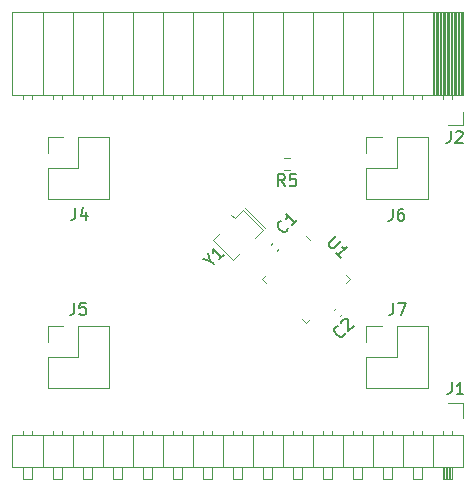
<source format=gto>
%TF.GenerationSoftware,KiCad,Pcbnew,7.0.2-6a45011f42~172~ubuntu22.04.1*%
%TF.CreationDate,2023-05-29T16:58:52-07:00*%
%TF.ProjectId,comm_v0p5,636f6d6d-5f76-4307-9035-2e6b69636164,rev?*%
%TF.SameCoordinates,Original*%
%TF.FileFunction,Legend,Top*%
%TF.FilePolarity,Positive*%
%FSLAX46Y46*%
G04 Gerber Fmt 4.6, Leading zero omitted, Abs format (unit mm)*
G04 Created by KiCad (PCBNEW 7.0.2-6a45011f42~172~ubuntu22.04.1) date 2023-05-29 16:58:52*
%MOMM*%
%LPD*%
G01*
G04 APERTURE LIST*
%ADD10C,0.150000*%
%ADD11C,0.120000*%
G04 APERTURE END LIST*
D10*
%TO.C,J4*%
X56257866Y-66874219D02*
X56257866Y-67588504D01*
X56257866Y-67588504D02*
X56210247Y-67731361D01*
X56210247Y-67731361D02*
X56115009Y-67826600D01*
X56115009Y-67826600D02*
X55972152Y-67874219D01*
X55972152Y-67874219D02*
X55876914Y-67874219D01*
X57162628Y-67207552D02*
X57162628Y-67874219D01*
X56924533Y-66826600D02*
X56686438Y-67540885D01*
X56686438Y-67540885D02*
X57305485Y-67540885D01*
%TO.C,J6*%
X83105666Y-66950419D02*
X83105666Y-67664704D01*
X83105666Y-67664704D02*
X83058047Y-67807561D01*
X83058047Y-67807561D02*
X82962809Y-67902800D01*
X82962809Y-67902800D02*
X82819952Y-67950419D01*
X82819952Y-67950419D02*
X82724714Y-67950419D01*
X84010428Y-66950419D02*
X83819952Y-66950419D01*
X83819952Y-66950419D02*
X83724714Y-66998038D01*
X83724714Y-66998038D02*
X83677095Y-67045657D01*
X83677095Y-67045657D02*
X83581857Y-67188514D01*
X83581857Y-67188514D02*
X83534238Y-67378990D01*
X83534238Y-67378990D02*
X83534238Y-67759942D01*
X83534238Y-67759942D02*
X83581857Y-67855180D01*
X83581857Y-67855180D02*
X83629476Y-67902800D01*
X83629476Y-67902800D02*
X83724714Y-67950419D01*
X83724714Y-67950419D02*
X83915190Y-67950419D01*
X83915190Y-67950419D02*
X84010428Y-67902800D01*
X84010428Y-67902800D02*
X84058047Y-67855180D01*
X84058047Y-67855180D02*
X84105666Y-67759942D01*
X84105666Y-67759942D02*
X84105666Y-67521847D01*
X84105666Y-67521847D02*
X84058047Y-67426609D01*
X84058047Y-67426609D02*
X84010428Y-67378990D01*
X84010428Y-67378990D02*
X83915190Y-67331371D01*
X83915190Y-67331371D02*
X83724714Y-67331371D01*
X83724714Y-67331371D02*
X83629476Y-67378990D01*
X83629476Y-67378990D02*
X83581857Y-67426609D01*
X83581857Y-67426609D02*
X83534238Y-67521847D01*
%TO.C,J5*%
X56166666Y-74922619D02*
X56166666Y-75636904D01*
X56166666Y-75636904D02*
X56119047Y-75779761D01*
X56119047Y-75779761D02*
X56023809Y-75875000D01*
X56023809Y-75875000D02*
X55880952Y-75922619D01*
X55880952Y-75922619D02*
X55785714Y-75922619D01*
X57119047Y-74922619D02*
X56642857Y-74922619D01*
X56642857Y-74922619D02*
X56595238Y-75398809D01*
X56595238Y-75398809D02*
X56642857Y-75351190D01*
X56642857Y-75351190D02*
X56738095Y-75303571D01*
X56738095Y-75303571D02*
X56976190Y-75303571D01*
X56976190Y-75303571D02*
X57071428Y-75351190D01*
X57071428Y-75351190D02*
X57119047Y-75398809D01*
X57119047Y-75398809D02*
X57166666Y-75494047D01*
X57166666Y-75494047D02*
X57166666Y-75732142D01*
X57166666Y-75732142D02*
X57119047Y-75827380D01*
X57119047Y-75827380D02*
X57071428Y-75875000D01*
X57071428Y-75875000D02*
X56976190Y-75922619D01*
X56976190Y-75922619D02*
X56738095Y-75922619D01*
X56738095Y-75922619D02*
X56642857Y-75875000D01*
X56642857Y-75875000D02*
X56595238Y-75827380D01*
%TO.C,J7*%
X83166666Y-74922619D02*
X83166666Y-75636904D01*
X83166666Y-75636904D02*
X83119047Y-75779761D01*
X83119047Y-75779761D02*
X83023809Y-75875000D01*
X83023809Y-75875000D02*
X82880952Y-75922619D01*
X82880952Y-75922619D02*
X82785714Y-75922619D01*
X83547619Y-74922619D02*
X84214285Y-74922619D01*
X84214285Y-74922619D02*
X83785714Y-75922619D01*
%TO.C,R5*%
X74001333Y-65037019D02*
X73668000Y-64560828D01*
X73429905Y-65037019D02*
X73429905Y-64037019D01*
X73429905Y-64037019D02*
X73810857Y-64037019D01*
X73810857Y-64037019D02*
X73906095Y-64084638D01*
X73906095Y-64084638D02*
X73953714Y-64132257D01*
X73953714Y-64132257D02*
X74001333Y-64227495D01*
X74001333Y-64227495D02*
X74001333Y-64370352D01*
X74001333Y-64370352D02*
X73953714Y-64465590D01*
X73953714Y-64465590D02*
X73906095Y-64513209D01*
X73906095Y-64513209D02*
X73810857Y-64560828D01*
X73810857Y-64560828D02*
X73429905Y-64560828D01*
X74906095Y-64037019D02*
X74429905Y-64037019D01*
X74429905Y-64037019D02*
X74382286Y-64513209D01*
X74382286Y-64513209D02*
X74429905Y-64465590D01*
X74429905Y-64465590D02*
X74525143Y-64417971D01*
X74525143Y-64417971D02*
X74763238Y-64417971D01*
X74763238Y-64417971D02*
X74858476Y-64465590D01*
X74858476Y-64465590D02*
X74906095Y-64513209D01*
X74906095Y-64513209D02*
X74953714Y-64608447D01*
X74953714Y-64608447D02*
X74953714Y-64846542D01*
X74953714Y-64846542D02*
X74906095Y-64941780D01*
X74906095Y-64941780D02*
X74858476Y-64989400D01*
X74858476Y-64989400D02*
X74763238Y-65037019D01*
X74763238Y-65037019D02*
X74525143Y-65037019D01*
X74525143Y-65037019D02*
X74429905Y-64989400D01*
X74429905Y-64989400D02*
X74382286Y-64941780D01*
%TO.C,J1*%
X88106666Y-81642619D02*
X88106666Y-82356904D01*
X88106666Y-82356904D02*
X88059047Y-82499761D01*
X88059047Y-82499761D02*
X87963809Y-82595000D01*
X87963809Y-82595000D02*
X87820952Y-82642619D01*
X87820952Y-82642619D02*
X87725714Y-82642619D01*
X89106666Y-82642619D02*
X88535238Y-82642619D01*
X88820952Y-82642619D02*
X88820952Y-81642619D01*
X88820952Y-81642619D02*
X88725714Y-81785476D01*
X88725714Y-81785476D02*
X88630476Y-81880714D01*
X88630476Y-81880714D02*
X88535238Y-81928333D01*
%TO.C,C2*%
X79068437Y-77464418D02*
X79068437Y-77531761D01*
X79068437Y-77531761D02*
X79001094Y-77666448D01*
X79001094Y-77666448D02*
X78933750Y-77733792D01*
X78933750Y-77733792D02*
X78799063Y-77801135D01*
X78799063Y-77801135D02*
X78664376Y-77801135D01*
X78664376Y-77801135D02*
X78563361Y-77767464D01*
X78563361Y-77767464D02*
X78395002Y-77666448D01*
X78395002Y-77666448D02*
X78293987Y-77565433D01*
X78293987Y-77565433D02*
X78192972Y-77397074D01*
X78192972Y-77397074D02*
X78159300Y-77296059D01*
X78159300Y-77296059D02*
X78159300Y-77161372D01*
X78159300Y-77161372D02*
X78226643Y-77026685D01*
X78226643Y-77026685D02*
X78293987Y-76959342D01*
X78293987Y-76959342D02*
X78428674Y-76891998D01*
X78428674Y-76891998D02*
X78496017Y-76891998D01*
X78765392Y-76622624D02*
X78765392Y-76555281D01*
X78765392Y-76555281D02*
X78799063Y-76454265D01*
X78799063Y-76454265D02*
X78967422Y-76285907D01*
X78967422Y-76285907D02*
X79068437Y-76252235D01*
X79068437Y-76252235D02*
X79135781Y-76252235D01*
X79135781Y-76252235D02*
X79236796Y-76285907D01*
X79236796Y-76285907D02*
X79304140Y-76353250D01*
X79304140Y-76353250D02*
X79371483Y-76487937D01*
X79371483Y-76487937D02*
X79371483Y-77296059D01*
X79371483Y-77296059D02*
X79809216Y-76858326D01*
%TO.C,J2*%
X88036666Y-60372619D02*
X88036666Y-61086904D01*
X88036666Y-61086904D02*
X87989047Y-61229761D01*
X87989047Y-61229761D02*
X87893809Y-61325000D01*
X87893809Y-61325000D02*
X87750952Y-61372619D01*
X87750952Y-61372619D02*
X87655714Y-61372619D01*
X88465238Y-60467857D02*
X88512857Y-60420238D01*
X88512857Y-60420238D02*
X88608095Y-60372619D01*
X88608095Y-60372619D02*
X88846190Y-60372619D01*
X88846190Y-60372619D02*
X88941428Y-60420238D01*
X88941428Y-60420238D02*
X88989047Y-60467857D01*
X88989047Y-60467857D02*
X89036666Y-60563095D01*
X89036666Y-60563095D02*
X89036666Y-60658333D01*
X89036666Y-60658333D02*
X88989047Y-60801190D01*
X88989047Y-60801190D02*
X88417619Y-61372619D01*
X88417619Y-61372619D02*
X89036666Y-61372619D01*
%TO.C,U1*%
X78318885Y-69295218D02*
X77746465Y-69867638D01*
X77746465Y-69867638D02*
X77712794Y-69968653D01*
X77712794Y-69968653D02*
X77712794Y-70035996D01*
X77712794Y-70035996D02*
X77746465Y-70137012D01*
X77746465Y-70137012D02*
X77881152Y-70271699D01*
X77881152Y-70271699D02*
X77982168Y-70305370D01*
X77982168Y-70305370D02*
X78049511Y-70305370D01*
X78049511Y-70305370D02*
X78150526Y-70271699D01*
X78150526Y-70271699D02*
X78722946Y-69699279D01*
X78722946Y-71113492D02*
X78318885Y-70709431D01*
X78520916Y-70911462D02*
X79228022Y-70204355D01*
X79228022Y-70204355D02*
X79059664Y-70238027D01*
X79059664Y-70238027D02*
X78924977Y-70238027D01*
X78924977Y-70238027D02*
X78823961Y-70204355D01*
%TO.C,C1*%
X74275706Y-68551208D02*
X74275706Y-68618551D01*
X74275706Y-68618551D02*
X74208363Y-68753238D01*
X74208363Y-68753238D02*
X74141019Y-68820582D01*
X74141019Y-68820582D02*
X74006332Y-68887925D01*
X74006332Y-68887925D02*
X73871645Y-68887925D01*
X73871645Y-68887925D02*
X73770630Y-68854254D01*
X73770630Y-68854254D02*
X73602271Y-68753238D01*
X73602271Y-68753238D02*
X73501256Y-68652223D01*
X73501256Y-68652223D02*
X73400241Y-68483864D01*
X73400241Y-68483864D02*
X73366569Y-68382849D01*
X73366569Y-68382849D02*
X73366569Y-68248162D01*
X73366569Y-68248162D02*
X73433912Y-68113475D01*
X73433912Y-68113475D02*
X73501256Y-68046132D01*
X73501256Y-68046132D02*
X73635943Y-67978788D01*
X73635943Y-67978788D02*
X73703286Y-67978788D01*
X75016485Y-67945116D02*
X74612424Y-68349177D01*
X74814454Y-68147147D02*
X74107348Y-67440040D01*
X74107348Y-67440040D02*
X74141019Y-67608399D01*
X74141019Y-67608399D02*
X74141019Y-67743086D01*
X74141019Y-67743086D02*
X74107348Y-67844101D01*
%TO.C,Y1*%
X67626613Y-71337293D02*
X67963331Y-71674010D01*
X67020522Y-71202606D02*
X67626613Y-71337293D01*
X67626613Y-71337293D02*
X67491926Y-70731201D01*
X68805125Y-70832216D02*
X68401064Y-71236277D01*
X68603094Y-71034247D02*
X67895988Y-70327140D01*
X67895988Y-70327140D02*
X67929659Y-70495499D01*
X67929659Y-70495499D02*
X67929659Y-70630186D01*
X67929659Y-70630186D02*
X67895988Y-70731201D01*
D11*
%TO.C,J4*%
X53900000Y-60900000D02*
X53900000Y-62230000D01*
X53900000Y-63500000D02*
X53900000Y-66100000D01*
X55230000Y-60900000D02*
X53900000Y-60900000D01*
X56500000Y-60900000D02*
X56500000Y-63500000D01*
X56500000Y-63500000D02*
X53900000Y-63500000D01*
X59100000Y-60900000D02*
X56500000Y-60900000D01*
X59100000Y-60900000D02*
X59100000Y-66100000D01*
X59100000Y-66100000D02*
X53900000Y-66100000D01*
%TO.C,J6*%
X80900000Y-60900000D02*
X80900000Y-62230000D01*
X80900000Y-63500000D02*
X80900000Y-66100000D01*
X82230000Y-60900000D02*
X80900000Y-60900000D01*
X83500000Y-60900000D02*
X83500000Y-63500000D01*
X83500000Y-63500000D02*
X80900000Y-63500000D01*
X86100000Y-60900000D02*
X83500000Y-60900000D01*
X86100000Y-60900000D02*
X86100000Y-66100000D01*
X86100000Y-66100000D02*
X80900000Y-66100000D01*
%TO.C,J5*%
X53900000Y-76900000D02*
X53900000Y-78230000D01*
X53900000Y-79500000D02*
X53900000Y-82100000D01*
X55230000Y-76900000D02*
X53900000Y-76900000D01*
X56500000Y-76900000D02*
X56500000Y-79500000D01*
X56500000Y-79500000D02*
X53900000Y-79500000D01*
X59100000Y-76900000D02*
X56500000Y-76900000D01*
X59100000Y-76900000D02*
X59100000Y-82100000D01*
X59100000Y-82100000D02*
X53900000Y-82100000D01*
%TO.C,J7*%
X80900000Y-76900000D02*
X80900000Y-78230000D01*
X80900000Y-79500000D02*
X80900000Y-82100000D01*
X82230000Y-76900000D02*
X80900000Y-76900000D01*
X83500000Y-76900000D02*
X83500000Y-79500000D01*
X83500000Y-79500000D02*
X80900000Y-79500000D01*
X86100000Y-76900000D02*
X83500000Y-76900000D01*
X86100000Y-76900000D02*
X86100000Y-82100000D01*
X86100000Y-82100000D02*
X80900000Y-82100000D01*
%TO.C,R5*%
X74405258Y-63666900D02*
X73930742Y-63666900D01*
X74405258Y-62621900D02*
X73930742Y-62621900D01*
%TO.C,J1*%
X89050000Y-83430000D02*
X89050000Y-84700000D01*
X87780000Y-83430000D02*
X89050000Y-83430000D01*
X85620000Y-85742929D02*
X85620000Y-86140000D01*
X84860000Y-85742929D02*
X84860000Y-86140000D01*
X83080000Y-85742929D02*
X83080000Y-86140000D01*
X82320000Y-85742929D02*
X82320000Y-86140000D01*
X80540000Y-85742929D02*
X80540000Y-86140000D01*
X79780000Y-85742929D02*
X79780000Y-86140000D01*
X78000000Y-85742929D02*
X78000000Y-86140000D01*
X77240000Y-85742929D02*
X77240000Y-86140000D01*
X75460000Y-85742929D02*
X75460000Y-86140000D01*
X74700000Y-85742929D02*
X74700000Y-86140000D01*
X72920000Y-85742929D02*
X72920000Y-86140000D01*
X72160000Y-85742929D02*
X72160000Y-86140000D01*
X70380000Y-85742929D02*
X70380000Y-86140000D01*
X69620000Y-85742929D02*
X69620000Y-86140000D01*
X67840000Y-85742929D02*
X67840000Y-86140000D01*
X67080000Y-85742929D02*
X67080000Y-86140000D01*
X65300000Y-85742929D02*
X65300000Y-86140000D01*
X64540000Y-85742929D02*
X64540000Y-86140000D01*
X62760000Y-85742929D02*
X62760000Y-86140000D01*
X62000000Y-85742929D02*
X62000000Y-86140000D01*
X60220000Y-85742929D02*
X60220000Y-86140000D01*
X59460000Y-85742929D02*
X59460000Y-86140000D01*
X57680000Y-85742929D02*
X57680000Y-86140000D01*
X56920000Y-85742929D02*
X56920000Y-86140000D01*
X55140000Y-85742929D02*
X55140000Y-86140000D01*
X54380000Y-85742929D02*
X54380000Y-86140000D01*
X52600000Y-85742929D02*
X52600000Y-86140000D01*
X51840000Y-85742929D02*
X51840000Y-86140000D01*
X88160000Y-85810000D02*
X88160000Y-86140000D01*
X87400000Y-85810000D02*
X87400000Y-86140000D01*
X89110000Y-86140000D02*
X50890000Y-86140000D01*
X86510000Y-86140000D02*
X86510000Y-88800000D01*
X83970000Y-86140000D02*
X83970000Y-88800000D01*
X81430000Y-86140000D02*
X81430000Y-88800000D01*
X78890000Y-86140000D02*
X78890000Y-88800000D01*
X76350000Y-86140000D02*
X76350000Y-88800000D01*
X73810000Y-86140000D02*
X73810000Y-88800000D01*
X71270000Y-86140000D02*
X71270000Y-88800000D01*
X68730000Y-86140000D02*
X68730000Y-88800000D01*
X66190000Y-86140000D02*
X66190000Y-88800000D01*
X63650000Y-86140000D02*
X63650000Y-88800000D01*
X61110000Y-86140000D02*
X61110000Y-88800000D01*
X58570000Y-86140000D02*
X58570000Y-88800000D01*
X56030000Y-86140000D02*
X56030000Y-88800000D01*
X53490000Y-86140000D02*
X53490000Y-88800000D01*
X50890000Y-86140000D02*
X50890000Y-88800000D01*
X89110000Y-88800000D02*
X89110000Y-86140000D01*
X88160000Y-88800000D02*
X88160000Y-89800000D01*
X88100000Y-88800000D02*
X88100000Y-89800000D01*
X87980000Y-88800000D02*
X87980000Y-89800000D01*
X87860000Y-88800000D02*
X87860000Y-89800000D01*
X87740000Y-88800000D02*
X87740000Y-89800000D01*
X87620000Y-88800000D02*
X87620000Y-89800000D01*
X87500000Y-88800000D02*
X87500000Y-89800000D01*
X85620000Y-88800000D02*
X85620000Y-89800000D01*
X83080000Y-88800000D02*
X83080000Y-89800000D01*
X80540000Y-88800000D02*
X80540000Y-89800000D01*
X78000000Y-88800000D02*
X78000000Y-89800000D01*
X75460000Y-88800000D02*
X75460000Y-89800000D01*
X72920000Y-88800000D02*
X72920000Y-89800000D01*
X70380000Y-88800000D02*
X70380000Y-89800000D01*
X67840000Y-88800000D02*
X67840000Y-89800000D01*
X65300000Y-88800000D02*
X65300000Y-89800000D01*
X62760000Y-88800000D02*
X62760000Y-89800000D01*
X60220000Y-88800000D02*
X60220000Y-89800000D01*
X57680000Y-88800000D02*
X57680000Y-89800000D01*
X55140000Y-88800000D02*
X55140000Y-89800000D01*
X52600000Y-88800000D02*
X52600000Y-89800000D01*
X50890000Y-88800000D02*
X89110000Y-88800000D01*
X88160000Y-89800000D02*
X87400000Y-89800000D01*
X87400000Y-89800000D02*
X87400000Y-88800000D01*
X85620000Y-89800000D02*
X84860000Y-89800000D01*
X84860000Y-89800000D02*
X84860000Y-88800000D01*
X83080000Y-89800000D02*
X82320000Y-89800000D01*
X82320000Y-89800000D02*
X82320000Y-88800000D01*
X80540000Y-89800000D02*
X79780000Y-89800000D01*
X79780000Y-89800000D02*
X79780000Y-88800000D01*
X78000000Y-89800000D02*
X77240000Y-89800000D01*
X77240000Y-89800000D02*
X77240000Y-88800000D01*
X75460000Y-89800000D02*
X74700000Y-89800000D01*
X74700000Y-89800000D02*
X74700000Y-88800000D01*
X72920000Y-89800000D02*
X72160000Y-89800000D01*
X72160000Y-89800000D02*
X72160000Y-88800000D01*
X70380000Y-89800000D02*
X69620000Y-89800000D01*
X69620000Y-89800000D02*
X69620000Y-88800000D01*
X67840000Y-89800000D02*
X67080000Y-89800000D01*
X67080000Y-89800000D02*
X67080000Y-88800000D01*
X65300000Y-89800000D02*
X64540000Y-89800000D01*
X64540000Y-89800000D02*
X64540000Y-88800000D01*
X62760000Y-89800000D02*
X62000000Y-89800000D01*
X62000000Y-89800000D02*
X62000000Y-88800000D01*
X60220000Y-89800000D02*
X59460000Y-89800000D01*
X59460000Y-89800000D02*
X59460000Y-88800000D01*
X57680000Y-89800000D02*
X56920000Y-89800000D01*
X56920000Y-89800000D02*
X56920000Y-88800000D01*
X55140000Y-89800000D02*
X54380000Y-89800000D01*
X54380000Y-89800000D02*
X54380000Y-88800000D01*
X52600000Y-89800000D02*
X51840000Y-89800000D01*
X51840000Y-89800000D02*
X51840000Y-88800000D01*
%TO.C,C2*%
X78156290Y-75487893D02*
X78308793Y-75335390D01*
X78665407Y-75997010D02*
X78817910Y-75844507D01*
%TO.C,J2*%
X89110000Y-50290000D02*
X50890000Y-50290000D01*
X89110000Y-50290000D02*
X89110000Y-57290000D01*
X88990000Y-50290000D02*
X88990000Y-57290000D01*
X88871905Y-50290000D02*
X88871905Y-57290000D01*
X88753810Y-50290000D02*
X88753810Y-57290000D01*
X88635715Y-50290000D02*
X88635715Y-57290000D01*
X88517620Y-50290000D02*
X88517620Y-57290000D01*
X88399525Y-50290000D02*
X88399525Y-57290000D01*
X88281430Y-50290000D02*
X88281430Y-57290000D01*
X88163335Y-50290000D02*
X88163335Y-57290000D01*
X88045240Y-50290000D02*
X88045240Y-57290000D01*
X87927145Y-50290000D02*
X87927145Y-57290000D01*
X87809050Y-50290000D02*
X87809050Y-57290000D01*
X87690955Y-50290000D02*
X87690955Y-57290000D01*
X87572860Y-50290000D02*
X87572860Y-57290000D01*
X87454765Y-50290000D02*
X87454765Y-57290000D01*
X87336670Y-50290000D02*
X87336670Y-57290000D01*
X87218575Y-50290000D02*
X87218575Y-57290000D01*
X87100480Y-50290000D02*
X87100480Y-57290000D01*
X86982385Y-50290000D02*
X86982385Y-57290000D01*
X86864290Y-50290000D02*
X86864290Y-57290000D01*
X86746195Y-50290000D02*
X86746195Y-57290000D01*
X86628100Y-50290000D02*
X86628100Y-57290000D01*
X86510000Y-50290000D02*
X86510000Y-57290000D01*
X83970000Y-50290000D02*
X83970000Y-57290000D01*
X81430000Y-50290000D02*
X81430000Y-57290000D01*
X78890000Y-50290000D02*
X78890000Y-57290000D01*
X76350000Y-50290000D02*
X76350000Y-57290000D01*
X73810000Y-50290000D02*
X73810000Y-57290000D01*
X71270000Y-50290000D02*
X71270000Y-57290000D01*
X68730000Y-50290000D02*
X68730000Y-57290000D01*
X66190000Y-50290000D02*
X66190000Y-57290000D01*
X63650000Y-50290000D02*
X63650000Y-57290000D01*
X61110000Y-50290000D02*
X61110000Y-57290000D01*
X58570000Y-50290000D02*
X58570000Y-57290000D01*
X56030000Y-50290000D02*
X56030000Y-57290000D01*
X53490000Y-50290000D02*
X53490000Y-57290000D01*
X50890000Y-50290000D02*
X50890000Y-57290000D01*
X89110000Y-57290000D02*
X50890000Y-57290000D01*
X88140000Y-57290000D02*
X88140000Y-57640000D01*
X87420000Y-57290000D02*
X87420000Y-57640000D01*
X85600000Y-57290000D02*
X85600000Y-57700000D01*
X84880000Y-57290000D02*
X84880000Y-57700000D01*
X83060000Y-57290000D02*
X83060000Y-57700000D01*
X82340000Y-57290000D02*
X82340000Y-57700000D01*
X80520000Y-57290000D02*
X80520000Y-57700000D01*
X79800000Y-57290000D02*
X79800000Y-57700000D01*
X77980000Y-57290000D02*
X77980000Y-57700000D01*
X77260000Y-57290000D02*
X77260000Y-57700000D01*
X75440000Y-57290000D02*
X75440000Y-57700000D01*
X74720000Y-57290000D02*
X74720000Y-57700000D01*
X72900000Y-57290000D02*
X72900000Y-57700000D01*
X72180000Y-57290000D02*
X72180000Y-57700000D01*
X70360000Y-57290000D02*
X70360000Y-57700000D01*
X69640000Y-57290000D02*
X69640000Y-57700000D01*
X67820000Y-57290000D02*
X67820000Y-57700000D01*
X67100000Y-57290000D02*
X67100000Y-57700000D01*
X65280000Y-57290000D02*
X65280000Y-57700000D01*
X64560000Y-57290000D02*
X64560000Y-57700000D01*
X62740000Y-57290000D02*
X62740000Y-57700000D01*
X62020000Y-57290000D02*
X62020000Y-57700000D01*
X60200000Y-57290000D02*
X60200000Y-57700000D01*
X59480000Y-57290000D02*
X59480000Y-57700000D01*
X57660000Y-57290000D02*
X57660000Y-57700000D01*
X56940000Y-57290000D02*
X56940000Y-57700000D01*
X55120000Y-57290000D02*
X55120000Y-57700000D01*
X54400000Y-57290000D02*
X54400000Y-57700000D01*
X52580000Y-57290000D02*
X52580000Y-57700000D01*
X51860000Y-57290000D02*
X51860000Y-57700000D01*
X89110000Y-58750000D02*
X89110000Y-59860000D01*
X89110000Y-59860000D02*
X87780000Y-59860000D01*
%TO.C,U1*%
X72085403Y-72915100D02*
X72421278Y-72579224D01*
X76112376Y-69559878D02*
X75776500Y-69224003D01*
X72421278Y-73250976D02*
X72085403Y-72915100D01*
X79131722Y-72579224D02*
X79467597Y-72915100D01*
X75440624Y-76270322D02*
X75776500Y-76606197D01*
X79467597Y-72915100D02*
X79131722Y-73250976D01*
X75776500Y-76606197D02*
X76112376Y-76270322D01*
%TO.C,C1*%
X73437910Y-70385107D02*
X73285407Y-70537610D01*
X72928793Y-69875990D02*
X72776290Y-70028493D01*
%TO.C,Y1*%
X72287142Y-68593015D02*
X70872928Y-67178801D01*
X70872928Y-67178801D02*
X70590085Y-66895958D01*
X72145720Y-68734436D02*
X71438614Y-69441543D01*
X70731507Y-67320222D02*
X72145720Y-68734436D01*
X70731507Y-67320222D02*
X70448664Y-67037380D01*
X69741557Y-67744486D02*
X70448664Y-67037380D01*
X69741557Y-67744486D02*
X69458715Y-67461644D01*
X70165821Y-70714335D02*
X69600136Y-71280020D01*
X69600136Y-71280020D02*
X68185922Y-69865807D01*
X68185922Y-69865807D02*
X67903080Y-69582964D01*
X67903080Y-69582964D02*
X68468765Y-69017279D01*
%TD*%
M02*

</source>
